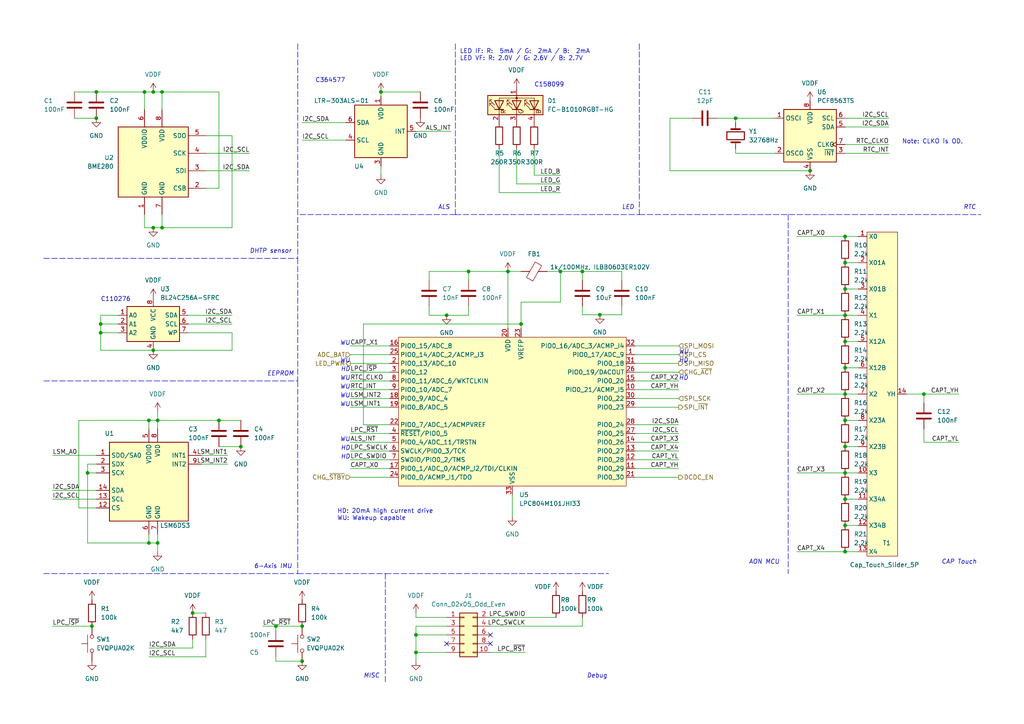
<source format=kicad_sch>
(kicad_sch (version 20211123) (generator eeschema)
  (paper "A4")
  (title_block (title "Home Sensor Tag") (rev "A0") (company "iM.Inc") (comment 1 "PRE-RELEASE"))
  (lib_symbols
    (symbol "Cap_Touch:Cap_Touch_Slider_5P"
      (property "Reference" "T" (at -29.21 -5.08 0))
      (property "Value" "Cap_Touch_Slider_5P" (at 22.86 6.35 0))
      (symbol "Cap_Touch_Slider_5P_0_0"
        (pin passive line (at -45.72 -6.35 90) (length 2.54) (name "X0") (number "1"))
        (pin passive line (at 22.86 -6.35 90) (length 2.54) (name "X3") (number "10"))
        (pin passive line (at 30.48 -6.35 90) (length 2.54) (name "X34A") (number "11"))
        (pin passive line (at 38.1 -6.35 90) (length 2.54) (name "X34B") (number "12"))
        (pin passive line (at 45.72 -6.35 90) (length 2.54) (name "X4") (number "13"))
        (pin passive line (at 0 7.62 270) (length 2.54) (name "YH") (number "14"))
        (pin passive line (at -38.1 -6.35 90) (length 2.54) (name "X01A") (number "2"))
        (pin passive line (at -30.48 -6.35 90) (length 2.54) (name "X01B") (number "3"))
        (pin passive line (at -22.86 -6.35 90) (length 2.54) (name "X1") (number "4"))
        (pin passive line (at -15.24 -6.35 90) (length 2.54) (name "X12A") (number "5"))
        (pin passive line (at -7.62 -6.35 90) (length 2.54) (name "X12B") (number "6"))
        (pin passive line (at 0 -6.35 90) (length 2.54) (name "X2") (number "7"))
        (pin passive line (at 7.62 -6.35 90) (length 2.54) (name "X23A") (number "8"))
        (pin passive line (at 15.24 -6.35 90) (length 2.54) (name "X23B") (number "9"))
      )
      (symbol "Cap_Touch_Slider_5P_0_1"
        (rectangle (start -46.99 5.08) (end 46.99 -3.81) (fill (type background)))
      )
    )
    (symbol "Connector_Generic:Conn_02x05_Odd_Even" (pin_names (offset 1.016) hide)
      (property "Reference" "J" (at 1.27 7.62 0))
      (property "Value" "Conn_02x05_Odd_Even" (at 1.27 -7.62 0))
      (symbol "Conn_02x05_Odd_Even_1_1"
        (rectangle (start -1.27 -4.953) (end 0 -5.207) (stroke (width 0.1524)))
        (rectangle (start -1.27 -2.413) (end 0 -2.667) (stroke (width 0.1524)))
        (rectangle (start -1.27 0.127) (end 0 -0.127) (stroke (width 0.1524)))
        (rectangle (start -1.27 2.667) (end 0 2.413) (stroke (width 0.1524)))
        (rectangle (start -1.27 5.207) (end 0 4.953) (stroke (width 0.1524)))
        (rectangle (start -1.27 6.35) (end 3.81 -6.35) (stroke (width 0.254)) (fill (type background)))
        (rectangle (start 3.81 -4.953) (end 2.54 -5.207) (stroke (width 0.1524)))
        (rectangle (start 3.81 -2.413) (end 2.54 -2.667) (stroke (width 0.1524)))
        (rectangle (start 3.81 0.127) (end 2.54 -0.127) (stroke (width 0.1524)))
        (rectangle (start 3.81 2.667) (end 2.54 2.413) (stroke (width 0.1524)))
        (rectangle (start 3.81 5.207) (end 2.54 4.953) (stroke (width 0.1524)))
        (pin passive line (at -5.08 5.08 0) (length 3.81) (name "Pin_1") (number "1"))
        (pin passive line (at 7.62 -5.08 180) (length 3.81) (name "Pin_10") (number "10"))
        (pin passive line (at 7.62 5.08 180) (length 3.81) (name "Pin_2") (number "2"))
        (pin passive line (at -5.08 2.54 0) (length 3.81) (name "Pin_3") (number "3"))
        (pin passive line (at 7.62 2.54 180) (length 3.81) (name "Pin_4") (number "4"))
        (pin passive line (at -5.08 0 0) (length 3.81) (name "Pin_5") (number "5"))
        (pin passive line (at 7.62 0 180) (length 3.81) (name "Pin_6") (number "6"))
        (pin passive line (at -5.08 -2.54 0) (length 3.81) (name "Pin_7") (number "7"))
        (pin passive line (at 7.62 -2.54 180) (length 3.81) (name "Pin_8") (number "8"))
        (pin passive line (at -5.08 -5.08 0) (length 3.81) (name "Pin_9") (number "9"))
      )
    )
    (symbol "Device:C" (pin_numbers hide) (pin_names (offset 0.254))
      (property "Reference" "C" (at 0.635 2.54 0))
      (property "Value" "C" (at 0.635 -2.54 0))
      (symbol "C_0_1"
        (polyline (pts (xy -2.032 -0.762) (xy 2.032 -0.762)) (stroke (width 0.508)))
        (polyline (pts (xy -2.032 0.762) (xy 2.032 0.762)) (stroke (width 0.508)))
      )
      (symbol "C_1_1"
        (pin passive line (at 0 3.81 270) (length 2.794) (name "~") (number "1"))
        (pin passive line (at 0 -3.81 90) (length 2.794) (name "~") (number "2"))
      )
    )
    (symbol "Device:Crystal" (pin_numbers hide) (pin_names (offset 1.016) hide)
      (property "Reference" "Y" (at 0 3.81 0))
      (property "Value" "Crystal" (at 0 -3.81 0))
      (symbol "Crystal_0_1"
        (rectangle (start -1.143 2.54) (end 1.143 -2.54) (stroke (width 0.3048)))
        (polyline (pts (xy -2.54 0) (xy -1.905 0)))
        (polyline (pts (xy -1.905 -1.27) (xy -1.905 1.27)) (stroke (width 0.508)))
        (polyline (pts (xy 1.905 -1.27) (xy 1.905 1.27)) (stroke (width 0.508)))
        (polyline (pts (xy 2.54 0) (xy 1.905 0)))
      )
      (symbol "Crystal_1_1"
        (pin passive line (at -3.81 0 0) (length 1.27) (name "1") (number "1"))
        (pin passive line (at 3.81 0 180) (length 1.27) (name "2") (number "2"))
      )
    )
    (symbol "Device:FerriteBead" (pin_numbers hide) (pin_names (offset 0))
      (property "Reference" "FB" (at -3.81 0.635 90))
      (property "Value" "FerriteBead" (at 3.81 0 90))
      (symbol "FerriteBead_0_1"
        (polyline (pts (xy 0 -1.27) (xy 0 -1.2192)))
        (polyline (pts (xy 0 1.27) (xy 0 1.2954)))
        (polyline (pts (xy -2.7686 0.4064) (xy -1.7018 2.2606) (xy 2.7686 -0.3048) (xy 1.6764 -2.159) (xy -2.7686 0.4064)))
      )
      (symbol "FerriteBead_1_1"
        (pin passive line (at 0 3.81 270) (length 2.54) (name "~") (number "1"))
        (pin passive line (at 0 -3.81 90) (length 2.54) (name "~") (number "2"))
      )
    )
    (symbol "Device:LED_ARGB" (pin_names (offset 0) hide)
      (property "Reference" "D" (at 0 9.398 0))
      (property "Value" "LED_ARGB" (at 0 -8.89 0))
      (symbol "LED_ARGB_0_0"
        (text "B" (at -1.905 -6.35 0) (effects (font (size 1.27 1.27))))
        (text "G" (at -1.905 -1.27 0) (effects (font (size 1.27 1.27))))
        (text "R" (at -1.905 3.81 0) (effects (font (size 1.27 1.27))))
      )
      (symbol "LED_ARGB_0_1"
        (polyline (pts (xy -1.27 -5.08) (xy -2.54 -5.08)))
        (polyline (pts (xy -1.27 -5.08) (xy 1.27 -5.08)))
        (polyline (pts (xy -1.27 -3.81) (xy -1.27 -6.35)) (stroke (width 0.254)))
        (polyline (pts (xy -1.27 0) (xy -2.54 0)))
        (polyline (pts (xy -1.27 1.27) (xy -1.27 -1.27)) (stroke (width 0.254)))
        (polyline (pts (xy -1.27 5.08) (xy -2.54 5.08)))
        (polyline (pts (xy -1.27 5.08) (xy 1.27 5.08)))
        (polyline (pts (xy -1.27 6.35) (xy -1.27 3.81)) (stroke (width 0.254)))
        (polyline (pts (xy 1.27 0) (xy -1.27 0)))
        (polyline (pts (xy 1.27 0) (xy 2.54 0)))
        (polyline (pts (xy -1.27 1.27) (xy -1.27 -1.27) (xy -1.27 -1.27)))
        (polyline (pts (xy -1.27 6.35) (xy -1.27 3.81) (xy -1.27 3.81)))
        (polyline (pts (xy 1.27 -5.08) (xy 2.032 -5.08) (xy 2.032 5.08) (xy 1.27 5.08)))
        (polyline (pts (xy 1.27 -3.81) (xy 1.27 -6.35) (xy -1.27 -5.08) (xy 1.27 -3.81)) (stroke (width 0.254)))
        (polyline (pts (xy 1.27 1.27) (xy 1.27 -1.27) (xy -1.27 0) (xy 1.27 1.27)) (stroke (width 0.254)))
        (polyline (pts (xy 1.27 6.35) (xy 1.27 3.81) (xy -1.27 5.08) (xy 1.27 6.35)) (stroke (width 0.254)))
        (polyline (pts (xy -1.016 -3.81) (xy 0.508 -2.286) (xy -0.254 -2.286) (xy 0.508 -2.286) (xy 0.508 -3.048)))
        (polyline (pts (xy -1.016 1.27) (xy 0.508 2.794) (xy -0.254 2.794) (xy 0.508 2.794) (xy 0.508 2.032)))
        (polyline (pts (xy -1.016 6.35) (xy 0.508 7.874) (xy -0.254 7.874) (xy 0.508 7.874) (xy 0.508 7.112)))
        (polyline (pts (xy 0 -3.81) (xy 1.524 -2.286) (xy 0.762 -2.286) (xy 1.524 -2.286) (xy 1.524 -3.048)))
        (polyline (pts (xy 0 1.27) (xy 1.524 2.794) (xy 0.762 2.794) (xy 1.524 2.794) (xy 1.524 2.032)))
        (polyline (pts (xy 0 6.35) (xy 1.524 7.874) (xy 0.762 7.874) (xy 1.524 7.874) (xy 1.524 7.112)))
        (rectangle (start 1.27 -1.27) (end 1.27 1.27))
        (rectangle (start 1.27 1.27) (end 1.27 1.27))
        (rectangle (start 1.27 3.81) (end 1.27 6.35))
        (rectangle (start 1.27 6.35) (end 1.27 6.35))
        (circle (center 2.032 0) (radius 0.254) (fill (type outline)))
        (rectangle (start 2.794 8.382) (end -2.794 -7.62) (stroke (width 0.254)) (fill (type background)))
      )
      (symbol "LED_ARGB_1_1"
        (pin passive line (at 5.08 0 180) (length 2.54) (name "A") (number "1"))
        (pin passive line (at -5.08 5.08 0) (length 2.54) (name "RK") (number "2"))
        (pin passive line (at -5.08 0 0) (length 2.54) (name "GK") (number "3"))
        (pin passive line (at -5.08 -5.08 0) (length 2.54) (name "BK") (number "4"))
      )
    )
    (symbol "Device:R" (pin_numbers hide) (pin_names (offset 0))
      (property "Reference" "R" (at 2.032 0 90))
      (property "Value" "R" (at 0 0 90))
      (symbol "R_0_1"
        (rectangle (start -1.016 -2.54) (end 1.016 2.54) (stroke (width 0.254)))
      )
      (symbol "R_1_1"
        (pin passive line (at 0 3.81 270) (length 1.27) (name "~") (number "1"))
        (pin passive line (at 0 -3.81 90) (length 1.27) (name "~") (number "2"))
      )
    )
    (symbol "MCU_NXP_LPC_Local:LPC804M101JHI33"
      (property "Reference" "U" (at -31.75 21.59 0))
      (property "Value" "LPC804M101JHI33" (at 24.13 21.59 0))
      (symbol "LPC804M101JHI33_0_0"
        (pin tri_state line (at 35.56 15.24 180) (length 2.54) (name "PIO0_17/ADC_9") (number "1"))
        (pin tri_state line (at 35.56 5.08 180) (length 2.54) (name "PIO0_21/ACMP_I5") (number "10"))
        (pin tri_state line (at 35.56 -17.78 180) (length 2.54) (name "PIO0_29") (number "11"))
        (pin tri_state line (at 35.56 -15.24 180) (length 2.54) (name "PIO0_28") (number "12"))
        (pin tri_state line (at 35.56 -12.7 180) (length 2.54) (name "PIO0_27") (number "13"))
        (pin tri_state line (at 35.56 -10.16 180) (length 2.54) (name "PIO0_26") (number "14"))
        (pin tri_state line (at 35.56 7.62 180) (length 2.54) (name "PIO0_20") (number "15"))
        (pin tri_state line (at -35.56 17.78 0) (length 2.54) (name "PIO0_15/ADC_8") (number "16"))
        (pin tri_state line (at -35.56 -17.78 0) (length 2.54) (name "PIO0_1/ADC_0/ACMP_I2/TDI/CLKIN") (number "17"))
        (pin tri_state line (at -35.56 2.54 0) (length 2.54) (name "PIO0_9/ADC_4") (number "18"))
        (pin tri_state line (at -35.56 0 0) (length 2.54) (name "PIO0_8/ADC_5") (number "19"))
        (pin tri_state line (at -35.56 12.7 0) (length 2.54) (name "PIO0_13/ADC_10") (number "2"))
        (pin power_in line (at -1.27 22.86 270) (length 2.54) (name "VDD") (number "20"))
        (pin tri_state line (at 35.56 -20.32 180) (length 2.54) (name "PIO0_30") (number "21"))
        (pin tri_state line (at -35.56 -5.08 0) (length 2.54) (name "PIO0_7/ADC_1/ACMPVREF") (number "22"))
        (pin power_in line (at 2.54 22.86 270) (length 2.54) (name "VREFP") (number "23"))
        (pin tri_state line (at -35.56 -20.32 0) (length 2.54) (name "PIO0_0/ACMP_I1/TDO") (number "24"))
        (pin tri_state line (at -35.56 15.24 0) (length 2.54) (name "PIO0_14/ADC_2/ACMP_I3") (number "25"))
        (pin tri_state line (at 35.56 10.16 180) (length 2.54) (name "PIO0_19/DACOUT") (number "26"))
        (pin tri_state line (at 35.56 -7.62 180) (length 2.54) (name "PIO0_25") (number "27"))
        (pin tri_state line (at 35.56 -5.08 180) (length 2.54) (name "PIO0_24") (number "28"))
        (pin tri_state line (at 35.56 0 180) (length 2.54) (name "PIO0_23") (number "29"))
        (pin tri_state line (at -35.56 10.16 0) (length 2.54) (name "PIO0_12") (number "3"))
        (pin tri_state line (at 35.56 2.54 180) (length 2.54) (name "PIO0_22") (number "30"))
        (pin tri_state line (at 35.56 12.7 180) (length 2.54) (name "PIO0_18") (number "31"))
        (pin tri_state line (at 35.56 17.78 180) (length 2.54) (name "PIO0_16/ADC_3/ACMP_I4") (number "32"))
        (pin power_in line (at 0 -25.4 90) (length 2.54) (name "VSS") (number "33"))
        (pin tri_state line (at -35.56 -7.62 0) (length 2.54) (name "~{RESET}/PIO0_5") (number "4"))
        (pin tri_state line (at -35.56 -10.16 0) (length 2.54) (name "PIO0_4/ADC_11/TRSTN") (number "5"))
        (pin tri_state line (at -35.56 -12.7 0) (length 2.54) (name "SWCLK/PIO0_3/TCK") (number "6"))
        (pin tri_state line (at -35.56 -15.24 0) (length 2.54) (name "SWDIO/PIO0_2/TMS") (number "7"))
        (pin tri_state line (at -35.56 7.62 0) (length 2.54) (name "PIO0_11/ADC_6/WKTCLKIN") (number "8"))
        (pin tri_state line (at -35.56 5.08 0) (length 2.54) (name "PIO0_10/ADC_7") (number "9"))
      )
      (symbol "LPC804M101JHI33_0_1"
        (rectangle (start -33.02 20.32) (end 33.02 -22.86) (fill (type background)))
      )
    )
    (symbol "Memory_EEPROM:CAT24C256"
      (property "Reference" "U" (at -6.35 6.35 0))
      (property "Value" "CAT24C256" (at 1.27 6.35 0))
      (symbol "CAT24C256_1_1"
        (rectangle (start -7.62 5.08) (end 7.62 -5.08) (stroke (width 0.254)) (fill (type background)))
        (pin input line (at -10.16 2.54 0) (length 2.54) (name "A0") (number "1"))
        (pin input line (at -10.16 0 0) (length 2.54) (name "A1") (number "2"))
        (pin input line (at -10.16 -2.54 0) (length 2.54) (name "A2") (number "3"))
        (pin power_in line (at 0 -7.62 90) (length 2.54) (name "GND") (number "4"))
        (pin bidirectional line (at 10.16 2.54 180) (length 2.54) (name "SDA") (number "5"))
        (pin input line (at 10.16 0 180) (length 2.54) (name "SCL") (number "6"))
        (pin input line (at 10.16 -2.54 180) (length 2.54) (name "WP") (number "7"))
        (pin power_in line (at 0 7.62 270) (length 2.54) (name "VCC") (number "8"))
      )
    )
    (symbol "Sensor:BME280"
      (property "Reference" "U" (at -8.89 11.43 0))
      (property "Value" "BME280" (at 7.62 11.43 0))
      (symbol "BME280_0_1"
        (rectangle (start -10.16 10.16) (end 10.16 -10.16) (stroke (width 0.254)) (fill (type background)))
      )
      (symbol "BME280_1_1"
        (pin power_in line (at -2.54 -15.24 90) (length 5.08) (name "GND") (number "1"))
        (pin input line (at 15.24 -7.62 180) (length 5.08) (name "CSB") (number "2"))
        (pin bidirectional line (at 15.24 -2.54 180) (length 5.08) (name "SDI") (number "3"))
        (pin input line (at 15.24 2.54 180) (length 5.08) (name "SCK") (number "4"))
        (pin bidirectional line (at 15.24 7.62 180) (length 5.08) (name "SDO") (number "5"))
        (pin power_in line (at -2.54 15.24 270) (length 5.08) (name "VDDIO") (number "6"))
        (pin power_in line (at 2.54 -15.24 90) (length 5.08) (name "GND") (number "7"))
        (pin power_in line (at 2.54 15.24 270) (length 5.08) (name "VDD") (number "8"))
      )
    )
    (symbol "Sensor_Motion:LSM6DS3"
      (property "Reference" "U" (at -11.43 15.24 0))
      (property "Value" "LSM6DS3" (at -11.43 12.7 0))
      (symbol "LSM6DS3_0_1"
        (rectangle (start 11.43 11.43) (end -11.43 -11.43) (stroke (width 0.254)) (fill (type background)))
      )
      (symbol "LSM6DS3_1_1"
        (pin bidirectional line (at -15.24 7.62 0) (length 3.81) (name "SDO/SA0") (number "1"))
        (pin no_connect line (at 10.16 -5.08 180) (length 3.81) hide (name "NC") (number "10"))
        (pin no_connect line (at 10.16 -2.54 180) (length 3.81) hide (name "NC") (number "11"))
        (pin input line (at -15.24 -7.62 0) (length 3.81) (name "CS") (number "12"))
        (pin input line (at -15.24 -5.08 0) (length 3.81) (name "SCL") (number "13"))
        (pin bidirectional line (at -15.24 -2.54 0) (length 3.81) (name "SDA") (number "14"))
        (pin bidirectional line (at -15.24 5.08 0) (length 3.81) (name "SDX") (number "2"))
        (pin input line (at -15.24 2.54 0) (length 3.81) (name "SCX") (number "3"))
        (pin output line (at 15.24 7.62 180) (length 3.81) (name "INT1") (number "4"))
        (pin power_in line (at 0 15.24 270) (length 3.81) (name "VDDIO") (number "5"))
        (pin power_in line (at 0 -15.24 90) (length 3.81) (name "GND") (number "6"))
        (pin power_in line (at 2.54 -15.24 90) (length 3.81) (name "GND") (number "7"))
        (pin power_in line (at 2.54 15.24 270) (length 3.81) (name "VDD") (number "8"))
        (pin output line (at 15.24 5.08 180) (length 3.81) (name "INT2") (number "9"))
      )
    )
    (symbol "Sensor_Optical:LTR-303ALS-01"
      (property "Reference" "U" (at -7.62 8.89 0))
      (property "Value" "LTR-303ALS-01" (at 1.27 8.89 0))
      (symbol "LTR-303ALS-01_0_1"
        (rectangle (start -7.62 7.62) (end 7.62 -7.62) (stroke (width 0.254)) (fill (type background)))
      )
      (symbol "LTR-303ALS-01_1_1"
        (pin power_in line (at 0 10.16 270) (length 2.54) (name "VDD") (number "1"))
        (pin no_connect line (at 2.54 0 180) (length 2.54) hide (name "NC") (number "2"))
        (pin power_in line (at 0 -10.16 90) (length 2.54) (name "GND") (number "3"))
        (pin input line (at -10.16 -2.54 0) (length 2.54) (name "SCL") (number "4"))
        (pin open_collector line (at 10.16 0 180) (length 2.54) (name "INT") (number "5"))
        (pin bidirectional line (at -10.16 2.54 0) (length 2.54) (name "SDA") (number "6"))
      )
    )
    (symbol "Switch:SW_Push" (pin_numbers hide) (pin_names (offset 1.016) hide)
      (property "Reference" "SW" (at 1.27 2.54 0))
      (property "Value" "SW_Push" (at 0 -1.524 0))
      (symbol "SW_Push_0_1"
        (circle (center -2.032 0) (radius 0.508))
        (polyline (pts (xy 0 1.27) (xy 0 3.048)))
        (polyline (pts (xy 2.54 1.27) (xy -2.54 1.27)))
        (circle (center 2.032 0) (radius 0.508))
        (pin passive line (at -5.08 0 0) (length 2.54) (name "1") (number "1"))
        (pin passive line (at 5.08 0 180) (length 2.54) (name "2") (number "2"))
      )
    )
    (symbol "Timer_RTC:PCF8563TS"
      (property "Reference" "U" (at -7.62 8.89 0))
      (property "Value" "PCF8563TS" (at 2.54 8.89 0))
      (symbol "PCF8563TS_0_1"
        (rectangle (start -7.62 7.62) (end 7.62 -7.62) (stroke (width 0.254)) (fill (type background)))
      )
      (symbol "PCF8563TS_1_1"
        (pin input line (at -10.16 5.08 0) (length 2.54) (name "OSCI") (number "1"))
        (pin output line (at -10.16 -5.08 0) (length 2.54) (name "OSCO") (number "2"))
        (pin output line (at 10.16 -5.08 180) (length 2.54) (name "~{INT}") (number "3"))
        (pin power_in line (at 0 -10.16 90) (length 2.54) (name "VSS") (number "4"))
        (pin bidirectional line (at 10.16 2.54 180) (length 2.54) (name "SDA") (number "5"))
        (pin input line (at 10.16 5.08 180) (length 2.54) (name "SCL") (number "6"))
        (pin output clock (at 10.16 -2.54 180) (length 2.54) (name "CLKO") (number "7"))
        (pin power_in line (at 0 10.16 270) (length 2.54) (name "VDD") (number "8"))
      )
    )
    (symbol "power:GND" (power) (pin_names (offset 0))
      (property "Value" "GND" (at 0 -3.81 0))
      (symbol "GND_0_1"
        (polyline (pts (xy 0 0) (xy 0 -1.27) (xy 1.27 -1.27) (xy 0 -2.54) (xy -1.27 -1.27) (xy 0 -1.27)))
      )
      (symbol "GND_1_1"
        (pin power_in line (at 0 0 270) (length 0) hide (name "GND") (number "1"))
      )
    )
    (symbol "power:VDDF" (power) (pin_names (offset 0))
      (property "Value" "VDDF" (at 0 3.81 0))
      (symbol "VDDF_0_1"
        (polyline (pts (xy -0.762 1.27) (xy 0 2.54)))
        (polyline (pts (xy 0 0) (xy 0 2.54)))
        (polyline (pts (xy 0 2.54) (xy 0.762 1.27)))
      )
      (symbol "VDDF_1_1"
        (pin power_in line (at 0 0 90) (length 0) hide (name "VDDF") (number "1"))
      )
    )
  )
  (junction (at 267.97 114.3))
  (junction (at 245.11 68.58))
  (junction (at 80.01 181.61))
  (junction (at 120.65 184.15))
  (junction (at 245.11 152.4))
  (junction (at 27.94 34.29))
  (junction (at 245.11 144.78))
  (junction (at 87.63 181.61))
  (junction (at 135.89 78.74))
  (junction (at 46.99 66.04))
  (junction (at 69.85 129.54))
  (junction (at 213.36 34.29))
  (junction (at 26.67 181.61))
  (junction (at 245.11 129.54))
  (junction (at 245.11 83.82))
  (junction (at 234.95 49.53))
  (junction (at 162.56 78.74))
  (junction (at 44.45 101.6))
  (junction (at 44.45 66.04))
  (junction (at 46.99 26.67))
  (junction (at 245.11 91.44))
  (junction (at 245.11 76.2))
  (junction (at 173.99 91.2961))
  (junction (at 245.11 99.06))
  (junction (at 55.88 177.8))
  (junction (at 25.4 137.16))
  (junction (at 245.11 114.3))
  (junction (at 29.21 96.52))
  (junction (at 44.45 26.67))
  (junction (at 43.18 157.48))
  (junction (at 87.63 191.77))
  (junction (at 45.72 157.48))
  (junction (at 245.11 106.68))
  (junction (at 151.13 93.98))
  (junction (at 147.32 78.74))
  (junction (at 245.11 160.02))
  (junction (at 41.91 26.67))
  (junction (at 43.18 121.92))
  (junction (at 45.72 121.92))
  (junction (at 27.94 26.67))
  (junction (at 63.5 121.92))
  (junction (at 129.54 91.44))
  (junction (at 245.11 121.92))
  (junction (at 245.11 137.16))
  (junction (at 29.21 93.98))
  (junction (at 168.91 78.74))
  (junction (at 120.65 189.23))
  (junction (at 110.49 26.67))
  (no_connect (at 129.54 186.69))
  (no_connect (at 142.24 186.69))
  (no_connect (at 142.24 184.15))
  (wire (pts (xy 59.69 54.61) (xy 63.5 54.61)))
  (wire (pts (xy 22.86 121.92) (xy 43.18 121.92)))
  (wire (pts (xy 55.88 177.8) (xy 59.69 177.8)))
  (wire (pts (xy 180.34 88.9) (xy 180.34 91.2961)))
  (wire (pts (xy 267.97 114.3) (xy 267.97 116.84)))
  (wire (pts (xy 67.31 66.04) (xy 46.99 66.04)))
  (wire (pts (xy 46.99 31.75) (xy 46.99 26.67)))
  (wire (pts (xy 54.61 91.44) (xy 67.31 91.44)))
  (wire (pts (xy 63.5 54.61) (xy 63.5 26.67)))
  (wire (pts (xy 55.88 187.96) (xy 43.18 187.96)))
  (wire (pts (xy 15.24 132.08) (xy 27.94 132.08)))
  (wire (pts (xy 101.6 128.27) (xy 113.03 128.27)))
  (wire (pts (xy 58.42 132.08) (xy 66.04 132.08)))
  (wire (pts (xy 129.54 91.44) (xy 124.46 91.44)))
  (wire (pts (xy 45.72 121.92) (xy 63.5 121.92)))
  (wire (pts (xy 120.65 38.1) (xy 130.81 38.1)))
  (wire (pts (xy 63.5 129.54) (xy 69.85 129.54)))
  (wire (pts (xy 151.13 93.98) (xy 151.13 95.25)))
  (wire (pts (xy 59.69 44.45) (xy 72.39 44.45)))
  (wire (pts (xy 54.61 96.52) (xy 67.31 96.52)))
  (wire (pts (xy 245.11 76.2) (xy 248.92 76.2)))
  (wire (pts (xy 267.97 124.46) (xy 267.97 128.27)))
  (wire (pts (xy 213.36 34.29) (xy 224.79 34.29)))
  (wire (pts (xy 184.15 102.87) (xy 196.85 102.87)))
  (wire (pts (xy 151.13 78.74) (xy 147.32 78.74)))
  (wire (pts (xy 120.65 177.8) (xy 120.65 179.07)))
  (wire (pts (xy 21.59 26.67) (xy 27.94 26.67)))
  (wire (pts (xy 101.6 113.03) (xy 113.03 113.03)))
  (wire (pts (xy 245.11 129.54) (xy 248.92 129.54)))
  (wire (pts (xy 278.13 114.3) (xy 267.97 114.3)))
  (wire (pts (xy 184.15 118.11) (xy 196.85 118.11)))
  (polyline (pts (xy 12.7 166.37) (xy 86.36 166.37)))
  (wire (pts (xy 101.6 125.73) (xy 113.03 125.73)))
  (wire (pts (xy 168.91 78.74) (xy 168.91 81.28)))
  (wire (pts (xy 245.11 41.91) (xy 257.81 41.91)))
  (wire (pts (xy 101.6 133.35) (xy 113.03 133.35)))
  (wire (pts (xy 180.34 91.2961) (xy 173.99 91.2961)))
  (wire (pts (xy 245.11 121.92) (xy 248.92 121.92)))
  (wire (pts (xy 59.69 49.53) (xy 72.39 49.53)))
  (wire (pts (xy 45.72 157.48) (xy 45.72 160.02)))
  (wire (pts (xy 110.49 26.67) (xy 121.92 26.67)))
  (wire (pts (xy 135.89 91.44) (xy 129.54 91.44)))
  (wire (pts (xy 120.65 181.61) (xy 120.65 184.15)))
  (wire (pts (xy 124.46 91.44) (xy 124.46 88.9)))
  (wire (pts (xy 180.34 78.74) (xy 180.34 81.28)))
  (wire (pts (xy 120.65 184.15) (xy 120.65 189.23)))
  (wire (pts (xy 46.99 62.23) (xy 46.99 66.04)))
  (wire (pts (xy 245.11 34.29) (xy 257.81 34.29)))
  (wire (pts (xy 101.6 110.49) (xy 113.03 110.49)))
  (wire (pts (xy 29.21 93.98) (xy 34.29 93.98)))
  (wire (pts (xy 184.15 130.81) (xy 196.85 130.81)))
  (wire (pts (xy 245.11 83.82) (xy 248.92 83.82)))
  (wire (pts (xy 135.89 78.74) (xy 147.32 78.74)))
  (wire (pts (xy 194.31 49.53) (xy 234.95 49.53)))
  (wire (pts (xy 21.59 34.29) (xy 27.94 34.29)))
  (wire (pts (xy 29.21 96.52) (xy 34.29 96.52)))
  (polyline (pts (xy 185.42 62.23) (xy 284.48 62.23)))
  (wire (pts (xy 100.33 35.56) (xy 87.63 35.56)))
  (wire (pts (xy 101.6 102.87) (xy 113.03 102.87)))
  (wire (pts (xy 67.31 96.52) (xy 67.31 101.6)))
  (wire (pts (xy 101.6 105.41) (xy 113.03 105.41)))
  (wire (pts (xy 154.94 43.18) (xy 154.94 50.8)))
  (wire (pts (xy 154.94 50.8) (xy 162.56 50.8)))
  (wire (pts (xy 22.86 147.32) (xy 22.86 121.92)))
  (wire (pts (xy 113.03 123.19) (xy 105.41 123.19)))
  (wire (pts (xy 142.24 181.61) (xy 168.91 181.61)))
  (polyline (pts (xy 132.08 62.23) (xy 86.36 62.23)))
  (wire (pts (xy 245.11 160.02) (xy 248.92 160.02)))
  (wire (pts (xy 43.18 121.92) (xy 45.72 121.92)))
  (wire (pts (xy 151.13 87.63) (xy 151.13 93.98)))
  (wire (pts (xy 67.31 39.37) (xy 67.31 66.04)))
  (polyline (pts (xy 86.36 166.37) (xy 111.76 166.37)))
  (wire (pts (xy 43.18 190.5) (xy 59.69 190.5)))
  (wire (pts (xy 120.65 189.23) (xy 129.54 189.23)))
  (wire (pts (xy 162.56 87.63) (xy 162.56 78.74)))
  (wire (pts (xy 27.94 142.24) (xy 15.24 142.24)))
  (polyline (pts (xy 111.76 166.37) (xy 111.76 198.12)))
  (polyline (pts (xy 228.6 62.23) (xy 228.6 166.37)))
  (wire (pts (xy 120.65 184.15) (xy 129.54 184.15)))
  (wire (pts (xy 245.11 114.3) (xy 248.92 114.3)))
  (wire (pts (xy 27.94 26.67) (xy 41.91 26.67)))
  (wire (pts (xy 101.6 135.89) (xy 113.03 135.89)))
  (wire (pts (xy 67.31 101.6) (xy 44.45 101.6)))
  (wire (pts (xy 148.59 143.51) (xy 148.59 149.86)))
  (wire (pts (xy 101.6 100.33) (xy 113.03 100.33)))
  (wire (pts (xy 29.21 93.98) (xy 29.21 96.52)))
  (wire (pts (xy 29.21 101.6) (xy 44.45 101.6)))
  (wire (pts (xy 101.6 107.95) (xy 113.03 107.95)))
  (wire (pts (xy 245.11 68.58) (xy 248.92 68.58)))
  (wire (pts (xy 245.11 36.83) (xy 257.81 36.83)))
  (polyline (pts (xy 132.08 12.7) (xy 132.08 62.23)))
  (wire (pts (xy 158.75 78.74) (xy 162.56 78.74)))
  (wire (pts (xy 45.72 119.38) (xy 45.72 121.92)))
  (wire (pts (xy 25.4 134.62) (xy 25.4 137.16)))
  (wire (pts (xy 59.69 185.42) (xy 59.69 190.5)))
  (wire (pts (xy 231.14 160.02) (xy 245.11 160.02)))
  (wire (pts (xy 101.6 115.57) (xy 113.03 115.57)))
  (wire (pts (xy 27.94 144.78) (xy 15.24 144.78)))
  (wire (pts (xy 149.86 53.34) (xy 162.56 53.34)))
  (wire (pts (xy 29.21 91.44) (xy 29.21 93.98)))
  (polyline (pts (xy 12.7 110.49) (xy 86.36 110.49)))
  (wire (pts (xy 63.5 121.92) (xy 69.85 121.92)))
  (wire (pts (xy 43.18 157.48) (xy 45.72 157.48)))
  (wire (pts (xy 213.36 44.45) (xy 224.79 44.45)))
  (wire (pts (xy 58.42 134.62) (xy 66.04 134.62)))
  (wire (pts (xy 151.13 87.63) (xy 162.56 87.63)))
  (wire (pts (xy 54.61 93.98) (xy 67.31 93.98)))
  (wire (pts (xy 129.54 181.61) (xy 120.65 181.61)))
  (wire (pts (xy 147.32 78.74) (xy 147.32 95.25)))
  (wire (pts (xy 231.14 68.58) (xy 245.11 68.58)))
  (wire (pts (xy 101.6 138.43) (xy 113.03 138.43)))
  (polyline (pts (xy 86.36 110.49) (xy 86.36 166.37)))
  (polyline (pts (xy 86.36 12.7) (xy 86.36 74.93)))
  (wire (pts (xy 231.14 114.3) (xy 245.11 114.3)))
  (wire (pts (xy 105.41 93.98) (xy 151.13 93.98)))
  (wire (pts (xy 25.4 157.48) (xy 43.18 157.48)))
  (polyline (pts (xy 185.42 12.7) (xy 185.42 62.23)))
  (wire (pts (xy 142.24 179.07) (xy 161.29 179.07)))
  (wire (pts (xy 25.4 137.16) (xy 27.94 137.16)))
  (wire (pts (xy 213.36 43.18) (xy 213.36 44.45)))
  (wire (pts (xy 245.11 99.06) (xy 248.92 99.06)))
  (wire (pts (xy 231.14 91.44) (xy 245.11 91.44)))
  (wire (pts (xy 184.15 113.03) (xy 196.85 113.03)))
  (wire (pts (xy 144.78 43.18) (xy 144.78 55.88)))
  (wire (pts (xy 63.5 26.67) (xy 46.99 26.67)))
  (wire (pts (xy 184.15 105.41) (xy 196.85 105.41)))
  (wire (pts (xy 110.49 26.67) (xy 110.49 27.94)))
  (polyline (pts (xy 86.36 74.93) (xy 86.36 110.49)))
  (wire (pts (xy 196.85 115.57) (xy 184.15 115.57)))
  (wire (pts (xy 59.69 39.37) (xy 67.31 39.37)))
  (wire (pts (xy 55.88 185.42) (xy 55.88 187.96)))
  (wire (pts (xy 29.21 96.52) (xy 29.21 101.6)))
  (wire (pts (xy 245.11 137.16) (xy 248.92 137.16)))
  (polyline (pts (xy 12.7 74.93) (xy 86.36 74.93)))
  (wire (pts (xy 45.72 121.92) (xy 45.72 124.46)))
  (wire (pts (xy 162.56 78.74) (xy 168.91 78.74)))
  (wire (pts (xy 144.78 55.88) (xy 162.56 55.88)))
  (wire (pts (xy 27.94 147.32) (xy 22.86 147.32)))
  (wire (pts (xy 142.24 189.23) (xy 152.4 189.23)))
  (wire (pts (xy 45.72 154.94) (xy 45.72 157.48)))
  (wire (pts (xy 245.11 152.4) (xy 248.92 152.4)))
  (wire (pts (xy 110.49 48.26) (xy 110.49 50.8)))
  (wire (pts (xy 124.46 81.28) (xy 124.46 78.74)))
  (wire (pts (xy 245.11 144.78) (xy 248.92 144.78)))
  (wire (pts (xy 101.6 130.81) (xy 113.03 130.81)))
  (wire (pts (xy 41.91 31.75) (xy 41.91 26.67)))
  (wire (pts (xy 173.99 91.2961) (xy 168.91 91.2961)))
  (wire (pts (xy 184.15 123.19) (xy 196.85 123.19)))
  (wire (pts (xy 80.01 191.77) (xy 87.63 191.77)))
  (polyline (pts (xy 132.08 62.23) (xy 185.42 62.23)))
  (wire (pts (xy 278.13 128.27) (xy 267.97 128.27)))
  (wire (pts (xy 27.94 134.62) (xy 25.4 134.62)))
  (wire (pts (xy 43.18 154.94) (xy 43.18 157.48)))
  (wire (pts (xy 168.91 179.07) (xy 168.91 181.61)))
  (wire (pts (xy 135.89 78.74) (xy 135.89 81.28)))
  (wire (pts (xy 76.2 181.61) (xy 80.01 181.61)))
  (wire (pts (xy 184.15 128.27) (xy 196.85 128.27)))
  (wire (pts (xy 135.89 88.9) (xy 135.89 91.44)))
  (wire (pts (xy 41.91 26.67) (xy 44.45 26.67)))
  (wire (pts (xy 231.14 137.16) (xy 245.11 137.16)))
  (wire (pts (xy 184.15 107.95) (xy 196.85 107.95)))
  (wire (pts (xy 208.28 34.29) (xy 213.36 34.29)))
  (wire (pts (xy 200.66 34.29) (xy 194.31 34.29)))
  (wire (pts (xy 124.46 78.74) (xy 135.89 78.74)))
  (wire (pts (xy 184.15 133.35) (xy 196.85 133.35)))
  (wire (pts (xy 245.11 106.68) (xy 248.92 106.68)))
  (wire (pts (xy 46.99 26.67) (xy 44.45 26.67)))
  (wire (pts (xy 184.15 100.33) (xy 196.85 100.33)))
  (wire (pts (xy 15.24 181.61) (xy 26.67 181.61)))
  (wire (pts (xy 184.15 138.43) (xy 196.85 138.43)))
  (wire (pts (xy 46.99 66.04) (xy 44.45 66.04)))
  (wire (pts (xy 245.11 44.45) (xy 257.81 44.45)))
  (wire (pts (xy 80.01 181.61) (xy 87.63 181.61)))
  (wire (pts (xy 120.65 179.07) (xy 129.54 179.07)))
  (polyline (pts (xy 111.76 166.37) (xy 176.53 166.37)))
  (wire (pts (xy 100.33 40.64) (xy 87.63 40.64)))
  (wire (pts (xy 262.89 114.3) (xy 267.97 114.3)))
  (wire (pts (xy 168.91 91.2961) (xy 168.91 88.9)))
  (wire (pts (xy 149.86 43.18) (xy 149.86 53.34)))
  (wire (pts (xy 41.91 66.04) (xy 44.45 66.04)))
  (wire (pts (xy 194.31 34.29) (xy 194.31 49.53)))
  (wire (pts (xy 80.01 181.61) (xy 80.01 182.88)))
  (wire (pts (xy 184.15 135.89) (xy 196.85 135.89)))
  (wire (pts (xy 25.4 137.16) (xy 25.4 157.48)))
  (wire (pts (xy 101.6 118.11) (xy 113.03 118.11)))
  (wire (pts (xy 184.15 125.73) (xy 196.85 125.73)))
  (wire (pts (xy 213.36 35.56) (xy 213.36 34.29)))
  (wire (pts (xy 41.91 62.23) (xy 41.91 66.04)))
  (wire (pts (xy 184.15 110.49) (xy 196.85 110.49)))
  (wire (pts (xy 245.11 91.44) (xy 248.92 91.44)))
  (wire (pts (xy 34.29 91.44) (xy 29.21 91.44)))
  (wire (pts (xy 105.41 93.98) (xy 105.41 123.19)))
  (wire (pts (xy 43.18 124.46) (xy 43.18 121.92)))
  (wire (pts (xy 80.01 190.5) (xy 80.01 191.77)))
  (wire (pts (xy 168.91 78.74) (xy 180.34 78.74)))
  (wire (pts (xy 120.65 189.23) (xy 120.65 191.77)))
  (text "WU" (at 101.6 115.57 180) (effects (font (size 1.27 1.27) italic) (justify right bottom)))
  (text "WU" (at 196.85 102.87 0) (effects (font (size 1.27 1.27) italic) (justify left bottom)))
  (text "6-Axis IMU" (at 73.66 165.1 0) (effects (font (size 1.27 1.27) italic) (justify left bottom)))
  (text "HD" (at 196.85 105.41 0) (effects (font (size 1.27 1.27) italic) (justify left bottom)))
  (text "AON MCU" (at 217.17 163.83 0) (effects (font (size 1.27 1.27) italic) (justify left bottom)))
  (text "RTC" (at 279.4 60.96 0) (effects (font (size 1.27 1.27) italic) (justify left bottom)))
  (text "CAP Touch" (at 273.05 163.83 0) (effects (font (size 1.27 1.27) italic) (justify left bottom)))
  (text "HD" (at 101.6 133.35 180) (effects (font (size 1.27 1.27) italic) (justify right bottom)))
  (text "LED" (at 180.34 60.96 0) (effects (font (size 1.27 1.27) italic) (justify left bottom)))
  (text "WU" (at 101.6 113.03 180) (effects (font (size 1.27 1.27) italic) (justify right bottom)))
  (text "HD" (at 196.85 110.49 0) (effects (font (size 1.27 1.27) italic) (justify left bottom)))
  (text "DHTP sensor" (at 72.39 73.66 0) (effects (font (size 1.27 1.27) italic) (justify left bottom)))
  (text "C158099" (at 154.94 25.4 0) (effects (font (size 1.27 1.27)) (justify left bottom)))
  (text "WU" (at 101.6 105.41 180) (effects (font (size 1.27 1.27) italic) (justify right bottom)))
  (text "C110276" (at 29.21 87.63 0) (effects (font (size 1.27 1.27)) (justify left bottom)))
  (text "WU" (at 101.6 100.33 180) (effects (font (size 1.27 1.27) italic) (justify right bottom)))
  (text "LED IF: R:  5mA / G:  2mA / B:  2mA\nLED VF: R: 2.0V / G: 2.6V / B: 2.7V" (at 133.35 17.78 0) (effects (font (size 1.27 1.27)) (justify left bottom)))
  (text "WU" (at 101.6 110.49 180) (effects (font (size 1.27 1.27) italic) (justify right bottom)))
  (text "WU" (at 101.6 128.27 180) (effects (font (size 1.27 1.27) italic) (justify right bottom)))
  (text "EEPROM" (at 77.47 109.22 0) (effects (font (size 1.27 1.27) italic) (justify left bottom)))
  (text "WU" (at 101.6 118.11 180) (effects (font (size 1.27 1.27) italic) (justify right bottom)))
  (text "Note: CLKO is OD." (at 261.62 41.91 0) (effects (font (size 1.27 1.27)) (justify left bottom)))
  (text "HD" (at 101.6 107.95 180) (effects (font (size 1.27 1.27) italic) (justify right bottom)))
  (text "ALS" (at 127 60.96 0) (effects (font (size 1.27 1.27) italic) (justify left bottom)))
  (text "C364577" (at 91.44 24.13 0) (effects (font (size 1.27 1.27)) (justify left bottom)))
  (text "MISC" (at 105.41 196.85 0) (effects (font (size 1.27 1.27) italic) (justify left bottom)))
  (text "Debug" (at 170.18 196.85 0) (effects (font (size 1.27 1.27) italic) (justify left bottom)))
  (text "HD: 20mA high current drive\nWU: Wakeup capable" (at 97.79 151.13 0) (effects (font (size 1.27 1.27)) (justify left bottom)))
  (text "HD" (at 101.6 130.81 180) (effects (font (size 1.27 1.27) italic) (justify right bottom)))
  (label "CAPT_X3" (at 196.85 128.27 180))
  (label "I2C_SCL" (at 43.18 190.5 0))
  (label "CAPT_YH" (at 196.85 135.89 180))
  (label "CAPT_X1" (at 101.6 100.33 0))
  (label "CAPT_YL" (at 196.85 133.35 180))
  (label "ALS_INT" (at 101.6 128.27 0))
  (label "I2C_SCL" (at 67.31 93.98 180))
  (label "LPC_SWDIO" (at 152.4 179.07 180))
  (label "LPC_~{RST}" (at 76.2 181.61 0))
  (label "CAPT_X2" (at 196.85 110.49 180))
  (label "LED_B" (at 162.56 50.8 180))
  (label "CAPT_YH" (at 196.85 113.03 180))
  (label "LPC_SWCLK" (at 101.6 130.81 0))
  (label "I2C_SCL" (at 87.63 40.64 0))
  (label "I2C_SCL" (at 257.81 34.29 180))
  (label "I2C_SDA" (at 87.63 35.56 0))
  (label "I2C_SCL" (at 72.39 44.45 180))
  (label "I2C_SDA" (at 257.81 36.83 180))
  (label "LPC_~{ISP}" (at 101.6 107.95 0))
  (label "I2C_SCL" (at 196.85 125.73 180))
  (label "LPC_~{ISP}" (at 15.24 181.61 0))
  (label "I2C_SDA" (at 67.31 91.44 180))
  (label "I2C_SDA" (at 72.39 49.53 180))
  (label "CAPT_X3" (at 231.14 137.16 0))
  (label "CAPT_X1" (at 231.14 91.44 0))
  (label "CAPT_X4" (at 231.14 160.02 0))
  (label "LSM_INT1" (at 101.6 118.11 0))
  (label "I2C_SDA" (at 15.24 142.24 0))
  (label "I2C_SDA" (at 43.18 187.96 0))
  (label "LPC_SWCLK" (at 152.4 181.61 180))
  (label "LSM_INT1" (at 66.04 132.08 180))
  (label "LSM_INT2" (at 101.6 115.57 0))
  (label "LED_R" (at 162.56 55.88 180))
  (label "CAPT_X0" (at 101.6 135.89 0))
  (label "LPC_~{RST}" (at 152.4 189.23 180))
  (label "LED_G" (at 162.56 53.34 180))
  (label "RTC_CLKO" (at 257.81 41.91 180))
  (label "LSM_INT2" (at 66.04 134.62 180))
  (label "CAPT_YH" (at 278.13 114.3 180))
  (label "CAPT_X0" (at 231.14 68.58 0))
  (label "I2C_SDA" (at 196.85 123.19 180))
  (label "LPC_~{RST}" (at 101.6 125.73 0))
  (label "RTC_INT" (at 101.6 113.03 0))
  (label "ALS_INT" (at 130.81 38.1 180))
  (label "CAPT_YL" (at 278.13 128.27 180))
  (label "CAPT_X2" (at 231.14 114.3 0))
  (label "LSM_A0" (at 15.24 132.08 0))
  (label "I2C_SCL" (at 15.24 144.78 0))
  (label "RTC_CLKO" (at 101.6 110.49 0))
  (label "CAPT_X4" (at 196.85 130.81 180))
  (label "LPC_SWDIO" (at 101.6 133.35 0))
  (label "RTC_INT" (at 257.81 44.45 180))
  (hierarchical_label "SPI_SCK" (shape input) (at 196.85 115.57 0))
  (hierarchical_label "SPI_MOSI" (shape input) (at 196.85 100.33 0))
  (hierarchical_label "SPI_CS" (shape input) (at 196.85 102.87 0))
  (hierarchical_label "SPI_~{INT}" (shape output) (at 196.85 118.11 0))
  (hierarchical_label "CHG_~{ACT}" (shape input) (at 196.85 107.95 0))
  (hierarchical_label "LED_PWM" (shape output) (at 101.6 105.41 180))
  (hierarchical_label "ADC_BAT" (shape input) (at 101.6 102.87 180))
  (hierarchical_label "SPI_MISO" (shape output) (at 196.85 105.41 0))
  (hierarchical_label "CHG_~{STBY}" (shape input) (at 101.6 138.43 180))
  (hierarchical_label "DCDC_EN" (shape output) (at 196.85 138.43 0))
  (symbol (lib_id "power:VDDF") (at 55.88 177.8 0) (unit 1)
    (property "Reference" "#PWR0117" (effects hide))
    (property "Value" "VDDF" (at 55.88 172.72 0))
  )
  (symbol (lib_id "Sensor_Motion:LSM6DS3") (at 43.18 139.7 0) (unit 1)
    (property "Reference" "U1" (at 31.75 125.73 0))
    (property "Value" "LSM6DS3" (at 50.8 152.4 0))
    (property "Footprint" "Package_LGA:LGA-14_3x2.5mm_P0.5mm_LayoutBorder3x4y" (effects hide))
    (property "Datasheet" "www.st.com/resource/en/datasheet/lsm6ds3.pdf" (effects hide))
  )
  (symbol (lib_id "Device:C") (at 124.46 85.09 0) (unit 1)
    (property "Reference" "C7" (at 128.27 83.8199 0) (effects (justify left)))
    (property "Value" "10nF" (at 128.27 86.3599 0) (effects (justify left)))
    (property "Footprint" "Capacitor_SMD:C_0402_1005Metric" (effects hide))
  )
  (symbol (lib_id "Device:FerriteBead") (at 154.94 78.74 90) (unit 1)
    (property "Reference" "FB1" (at 154.94 73.66 90))
    (property "Value" "1k/100MHz, ILBB0603ER102V" (at 173.99 77.47 90))
    (property "Footprint" "Inductor_SMD:L_0603_1608Metric" (effects hide))
  )
  (symbol (lib_id "Device:R") (at 55.88 181.61 0) (unit 1)
    (property "Reference" "R2" (at 49.53 180.34 0) (effects (justify left)))
    (property "Value" "4k7" (at 49.53 182.88 0) (effects (justify left)))
    (property "Footprint" "Resistor_SMD:R_0402_1005Metric" (effects hide))
  )
  (symbol (lib_id "Device:R") (at 245.11 133.35 0) (unit 1)
    (property "Reference" "R18" (at 247.65 132.0799 0) (effects (justify left)))
    (property "Value" "2.2k" (at 247.65 134.6199 0) (effects (justify left)))
    (property "Footprint" "Resistor_SMD:R_0402_1005Metric" (effects hide))
  )
  (symbol (lib_id "power:GND") (at 148.59 149.86 0) (unit 1)
    (property "Reference" "#PWR0113" (effects hide))
    (property "Value" "GND" (at 148.59 154.94 0))
  )
  (symbol (lib_id "power:VDDF") (at 147.32 78.74 0) (unit 1)
    (property "Reference" "#PWR0112" (effects hide))
    (property "Value" "VDDF" (at 147.32 73.66 0))
  )
  (symbol (lib_id "Device:R") (at 245.11 72.39 0) (unit 1)
    (property "Reference" "R10" (at 247.65 71.12 0) (effects (justify left)))
    (property "Value" "2.2k" (at 247.65 73.6599 0) (effects (justify left)))
    (property "Footprint" "Resistor_SMD:R_0402_1005Metric" (effects hide))
  )
  (symbol (lib_id "Sensor_Optical:LTR-303ALS-01") (at 110.49 38.1 0) (unit 1)
    (property "Reference" "U4" (at 104.14 48.26 0))
    (property "Value" "LTR-303ALS-01" (at 99.06 29.21 0))
    (property "Footprint" "OptoDevice:Lite-On_LTR-303ALS-01" (effects hide))
    (property "Datasheet" "http://optoelectronics.liteon.com/upload/download/DS86-2013-0004/LTR-303ALS-01_DS_V1.pdf" (effects hide))
  )
  (symbol (lib_id "power:GND") (at 69.85 129.54 0) (unit 1)
    (property "Reference" "#PWR0118" (effects hide))
    (property "Value" "GND" (at 69.85 134.62 0))
  )
  (symbol (lib_id "Device:C") (at 121.92 30.48 0) (unit 1)
    (property "Reference" "C6" (at 125.73 29.2099 0) (effects (justify left)))
    (property "Value" "100nF" (at 125.73 31.7499 0) (effects (justify left)))
    (property "Footprint" "Capacitor_SMD:C_0402_1005Metric" (effects hide))
  )
  (symbol (lib_id "Device:Crystal") (at 213.36 39.37 90) (unit 1)
    (property "Reference" "Y1" (at 217.17 38.0999 90) (effects (justify right)))
    (property "Value" "32768Hz" (at 217.17 40.6399 90) (effects (justify right)))
    (property "Footprint" "Crystal:Crystal_SMD_MicroCrystal_CM9V-T1A-2Pin_1.6x1.0mm" (effects hide))
  )
  (symbol (lib_id "power:GND") (at 129.54 91.44 0) (unit 1)
    (property "Reference" "#PWR0137" (effects hide))
    (property "Value" "GND" (at 129.54 96.52 0))
  )
  (symbol (lib_id "Device:R") (at 168.91 175.26 0) (unit 1)
    (property "Reference" "R9" (at 170.18 173.99 0) (effects (justify left)))
    (property "Value" "100k" (at 170.18 176.53 0) (effects (justify left)))
    (property "Footprint" "Resistor_SMD:R_0402_1005Metric" (effects hide))
  )
  (symbol (lib_id "Device:C") (at 135.89 85.09 0) (unit 1)
    (property "Reference" "C8" (at 139.7 83.8199 0) (effects (justify left)))
    (property "Value" "100nF" (at 139.7 86.3599 0) (effects (justify left)))
    (property "Footprint" "Capacitor_SMD:C_0402_1005Metric" (effects hide))
  )
  (symbol (lib_id "Device:C") (at 267.97 120.65 0) (mirror y) (unit 1)
    (property "Reference" "C12" (at 271.78 119.3799 0) (effects (justify right)))
    (property "Value" "100nF" (at 271.78 121.9199 0) (effects (justify right)))
    (property "Footprint" "Capacitor_SMD:C_0402_1005Metric" (effects hide))
  )
  (symbol (lib_id "power:VDDF") (at 234.95 29.21 0) (unit 1)
    (property "Reference" "#PWR0140" (effects hide))
    (property "Value" "VDDF" (at 234.95 24.13 0))
  )
  (symbol (lib_id "Device:R") (at 245.11 140.97 0) (unit 1)
    (property "Reference" "R19" (at 247.65 139.6999 0) (effects (justify left)))
    (property "Value" "2.2k" (at 247.65 142.2399 0) (effects (justify left)))
    (property "Footprint" "Resistor_SMD:R_0402_1005Metric" (effects hide))
  )
  (symbol (lib_id "Device:R") (at 245.11 156.21 0) (unit 1)
    (property "Reference" "R21" (at 247.65 154.9399 0) (effects (justify left)))
    (property "Value" "2.2k" (at 247.65 157.4799 0) (effects (justify left)))
    (property "Footprint" "Resistor_SMD:R_0402_1005Metric" (effects hide))
  )
  (symbol (lib_id "Switch:SW_Push") (at 87.63 186.69 90) (unit 1)
    (property "Reference" "SW2" (at 88.9 185.4199 90) (effects (justify right)))
    (property "Value" "EVQPUA02K" (at 88.9 187.9599 90) (effects (justify right)))
    (property "Footprint" "Button_Switch_SMD:Panasonic_EVQPUJ_EVQPUA" (effects hide))
  )
  (symbol (lib_id "Device:R") (at 149.86 39.37 0) (unit 1)
    (property "Reference" "R6" (at 148.59 44.45 0) (effects (justify left)))
    (property "Value" "350R" (at 147.32 46.99 0) (effects (justify left)))
    (property "Footprint" "Resistor_SMD:R_0402_1005Metric" (effects hide))
  )
  (symbol (lib_id "power:GND") (at 45.72 160.02 0) (unit 1)
    (property "Reference" "#PWR0120" (effects hide))
    (property "Value" "GND" (at 45.72 165.1 0))
  )
  (symbol (lib_id "Device:C") (at 63.5 125.73 0) (unit 1)
    (property "Reference" "C3" (at 54.61 124.46 0) (effects (justify left)))
    (property "Value" "100nF" (at 54.61 127 0) (effects (justify left)))
    (property "Footprint" "Capacitor_SMD:C_0402_1005Metric" (effects hide))
  )
  (symbol (lib_id "Device:R") (at 87.63 177.8 0) (unit 1)
    (property "Reference" "R4" (at 90.17 176.5299 0) (effects (justify left)))
    (property "Value" "100k" (at 90.17 179.0699 0) (effects (justify left)))
    (property "Footprint" "Resistor_SMD:R_0402_1005Metric" (effects hide))
  )
  (symbol (lib_id "Memory_EEPROM:CAT24C256") (at 44.45 93.98 0) (unit 1)
    (property "Reference" "U3" (at 46.4694 83.82 0) (effects (justify left)))
    (property "Value" "BL24C256A-SFRC" (at 46.4694 86.36 0) (effects (justify left)))
    (property "Footprint" "Package_SO:MSOP-8_3x3mm_P0.65mm" (effects hide))
    (property "Datasheet" "https://www.onsemi.cn/PowerSolutions/document/CAT24C256-D.PDF" (effects hide))
  )
  (symbol (lib_id "power:GND") (at 87.63 191.77 0) (unit 1)
    (property "Reference" "#PWR0102" (effects hide))
    (property "Value" "GND" (at 87.63 196.85 0))
  )
  (symbol (lib_id "Device:R") (at 59.69 181.61 0) (unit 1)
    (property "Reference" "R3" (at 62.23 180.3399 0) (effects (justify left)))
    (property "Value" "4k7" (at 62.23 182.8799 0) (effects (justify left)))
    (property "Footprint" "Resistor_SMD:R_0402_1005Metric" (effects hide))
  )
  (symbol (lib_id "Device:R") (at 245.11 148.59 0) (unit 1)
    (property "Reference" "R20" (at 247.65 147.3199 0) (effects (justify left)))
    (property "Value" "2.2k" (at 247.65 149.8599 0) (effects (justify left)))
    (property "Footprint" "Resistor_SMD:R_0402_1005Metric" (effects hide))
  )
  (symbol (lib_id "power:VDDF") (at 161.29 171.45 0) (unit 1)
    (property "Reference" "#PWR0111" (effects hide))
    (property "Value" "VDDF" (at 157.48 170.18 0))
  )
  (symbol (lib_id "power:VDDF") (at 44.45 86.36 0) (unit 1)
    (property "Reference" "#PWR0108" (effects hide))
    (property "Value" "VDDF" (at 44.45 81.28 0))
  )
  (symbol (lib_id "power:GND") (at 27.94 34.29 0) (unit 1)
    (property "Reference" "#PWR0109" (effects hide))
    (property "Value" "GND" (at 27.94 39.37 0))
  )
  (symbol (lib_id "Device:C") (at 69.85 125.73 0) (unit 1)
    (property "Reference" "C4" (at 73.66 124.4599 0) (effects (justify left)))
    (property "Value" "100nF" (at 73.66 126.9999 0) (effects (justify left)))
    (property "Footprint" "Capacitor_SMD:C_0402_1005Metric" (effects hide))
  )
  (symbol (lib_id "power:GND") (at 120.65 191.77 0) (unit 1)
    (property "Reference" "#PWR0103" (effects hide))
    (property "Value" "GND" (at 120.65 196.85 0))
  )
  (symbol (lib_id "Device:R") (at 245.11 118.11 0) (unit 1)
    (property "Reference" "R16" (at 247.65 116.8399 0) (effects (justify left)))
    (property "Value" "2.2k" (at 247.65 119.3799 0) (effects (justify left)))
    (property "Footprint" "Resistor_SMD:R_0402_1005Metric" (effects hide))
  )
  (symbol (lib_id "Device:R") (at 154.94 39.37 0) (unit 1)
    (property "Reference" "R7" (at 153.67 44.45 0) (effects (justify left)))
    (property "Value" "300R" (at 152.4 46.99 0) (effects (justify left)))
    (property "Footprint" "Resistor_SMD:R_0402_1005Metric" (effects hide))
  )
  (symbol (lib_id "Device:R") (at 245.11 80.01 180) (unit 1)
    (property "Reference" "R11" (at 247.65 78.7399 0) (effects (justify right)))
    (property "Value" "2.2k" (at 247.65 81.2799 0) (effects (justify right)))
    (property "Footprint" "Resistor_SMD:R_0402_1005Metric" (effects hide))
  )
  (symbol (lib_id "power:GND") (at 44.45 101.6 0) (unit 1)
    (property "Reference" "#PWR0107" (effects hide))
    (property "Value" "GND" (at 44.45 106.68 0))
  )
  (symbol (lib_id "power:GND") (at 44.45 66.04 0) (unit 1)
    (property "Reference" "#PWR0106" (effects hide))
    (property "Value" "GND" (at 44.45 71.12 0))
  )
  (symbol (lib_id "Cap_Touch:Cap_Touch_Slider_5P") (at 255.27 114.3 270) (unit 1)
    (property "Reference" "T1" (at 257.175 157.48 90))
    (property "Value" "Cap_Touch_Slider_5P" (at 256.54 163.83 90))
    (property "Footprint" "Touch_Sensor:CapTouch_Mutual_5X_Slider" (effects hide))
  )
  (symbol (lib_id "Device:R") (at 245.11 110.49 0) (unit 1)
    (property "Reference" "R15" (at 247.65 109.2199 0) (effects (justify left)))
    (property "Value" "2.2k" (at 247.65 111.7599 0) (effects (justify left)))
    (property "Footprint" "Resistor_SMD:R_0402_1005Metric" (effects hide))
  )
  (symbol (lib_id "Device:R") (at 245.11 95.25 0) (unit 1)
    (property "Reference" "R13" (at 247.65 93.9799 0) (effects (justify left)))
    (property "Value" "2.2k" (at 247.65 96.5199 0) (effects (justify left)))
    (property "Footprint" "Resistor_SMD:R_0402_1005Metric" (effects hide))
  )
  (symbol (lib_id "power:VDDF") (at 110.49 26.67 0) (unit 1)
    (property "Reference" "#PWR0136" (effects hide))
    (property "Value" "VDDF" (at 110.49 21.59 0))
  )
  (symbol (lib_id "Device:R") (at 245.11 87.63 180) (unit 1)
    (property "Reference" "R12" (at 247.65 86.3599 0) (effects (justify right)))
    (property "Value" "2.2k" (at 247.65 88.8999 0) (effects (justify right)))
    (property "Footprint" "Resistor_SMD:R_0402_1005Metric" (effects hide))
  )
  (symbol (lib_id "Device:C") (at 204.47 34.29 90) (unit 1)
    (property "Reference" "C11" (at 204.47 26.67 90))
    (property "Value" "12pF" (at 204.47 29.21 90))
    (property "Footprint" "Capacitor_SMD:C_0402_1005Metric" (effects hide))
  )
  (symbol (lib_id "power:GND") (at 121.92 34.29 0) (unit 1)
    (property "Reference" "#PWR0114" (effects hide))
    (property "Value" "GND" (at 121.92 39.37 0))
  )
  (symbol (lib_id "Device:C") (at 21.59 30.48 0) (unit 1)
    (property "Reference" "C1" (at 12.7 29.21 0) (effects (justify left)))
    (property "Value" "100nF" (at 12.7 31.75 0) (effects (justify left)))
    (property "Footprint" "Capacitor_SMD:C_0402_1005Metric" (effects hide))
  )
  (symbol (lib_id "power:VDDF") (at 168.91 171.45 0) (unit 1)
    (property "Reference" "#PWR0105" (effects hide))
    (property "Value" "VDDF" (at 172.72 170.18 0))
  )
  (symbol (lib_id "Device:C") (at 180.34 85.09 0) (unit 1)
    (property "Reference" "C10" (at 184.15 83.8199 0) (effects (justify left)))
    (property "Value" "100nF" (at 184.15 86.3599 0) (effects (justify left)))
    (property "Footprint" "Capacitor_SMD:C_0402_1005Metric" (effects hide))
  )
  (symbol (lib_id "Switch:SW_Push") (at 26.67 186.69 90) (unit 1)
    (property "Reference" "SW1" (at 27.94 185.4199 90) (effects (justify right)))
    (property "Value" "EVQPUA02K" (at 27.94 187.9599 90) (effects (justify right)))
    (property "Footprint" "Button_Switch_SMD:Panasonic_EVQPUJ_EVQPUA" (effects hide))
  )
  (symbol (lib_id "Device:C") (at 80.01 186.69 0) (unit 1)
    (property "Reference" "C5" (at 72.39 189.23 0) (effects (justify left)))
    (property "Value" "100nF" (at 72.39 184.15 0) (effects (justify left)))
    (property "Footprint" "Capacitor_SMD:C_0402_1005Metric" (effects hide))
  )
  (symbol (lib_id "MCU_NXP_LPC_Local:LPC804M101JHI33") (at 148.59 118.11 0) (unit 1)
    (property "Reference" "U5" (at 150.6094 143.51 0) (effects (justify left)))
    (property "Value" "LPC804M101JHI33" (at 150.6094 146.05 0) (effects (justify left)))
    (property "Footprint" "Package_DFN_QFN:VQFN-32-1EP_5x5mm_P0.5mm_EP3.5x3.5mm_ThermalVias" (effects hide))
    (property "Datasheet" "https://www.nxp.com/docs/en/nxp/data-sheets/LPC804_DS.pdf" (effects hide))
  )
  (symbol (lib_id "Device:LED_ARGB") (at 149.86 30.48 90) (unit 1)
    (property "Reference" "D1" (at 158.75 29.2099 90) (effects (justify right)))
    (property "Value" "FC-B1010RGBT-HG" (at 158.75 31.7499 90) (effects (justify right)))
    (property "Footprint" "LED_SMD:LED_Lumex_SML-LX0404SIUPGUSB" (effects hide))
  )
  (symbol (lib_id "power:VDDF") (at 44.45 26.67 0) (unit 1)
    (property "Reference" "#PWR0110" (effects hide))
    (property "Value" "VDDF" (at 44.45 21.59 0))
  )
  (symbol (lib_id "power:GND") (at 234.95 49.53 0) (unit 1)
    (property "Reference" "#PWR0139" (effects hide))
    (property "Value" "GND" (at 234.95 54.61 0))
  )
  (symbol (lib_id "Device:R") (at 144.78 39.37 0) (unit 1)
    (property "Reference" "R5" (at 143.51 44.45 0) (effects (justify left)))
    (property "Value" "260R" (at 142.24 46.99 0) (effects (justify left)))
    (property "Footprint" "Resistor_SMD:R_0402_1005Metric" (effects hide))
  )
  (symbol (lib_id "Device:R") (at 245.11 102.87 0) (unit 1)
    (property "Reference" "R14" (at 247.65 101.5999 0) (effects (justify left)))
    (property "Value" "2.2k" (at 247.65 104.1399 0) (effects (justify left)))
    (property "Footprint" "Resistor_SMD:R_0402_1005Metric" (effects hide))
  )
  (symbol (lib_id "power:GND") (at 26.67 191.77 0) (unit 1)
    (property "Reference" "#PWR0115" (effects hide))
    (property "Value" "GND" (at 26.67 196.85 0))
  )
  (symbol (lib_id "Device:R") (at 26.67 177.8 0) (unit 1)
    (property "Reference" "R1" (at 29.21 176.5299 0) (effects (justify left)))
    (property "Value" "100k" (at 29.21 179.0699 0) (effects (justify left)))
    (property "Footprint" "Resistor_SMD:R_0402_1005Metric" (effects hide))
  )
  (symbol (lib_id "Connector_Generic:Conn_02x05_Odd_Even") (at 134.62 184.15 0) (unit 1)
    (property "Reference" "J1" (at 135.89 172.72 0))
    (property "Value" "Conn_02x05_Odd_Even" (at 135.89 175.26 0))
    (property "Footprint" "Connector_PinHeader_1.27mm:PinHeader_2x05_P1.27mm_Vertical_SMD" (effects hide))
  )
  (symbol (lib_id "power:GND") (at 173.99 91.2961 0) (unit 1)
    (property "Reference" "#PWR0138" (effects hide))
    (property "Value" "GND" (at 173.99 96.3761 0))
  )
  (symbol (lib_id "Device:C") (at 27.94 30.48 0) (unit 1)
    (property "Reference" "C2" (at 31.75 29.2099 0) (effects (justify left)))
    (property "Value" "100nF" (at 31.75 31.7499 0) (effects (justify left)))
    (property "Footprint" "Capacitor_SMD:C_0402_1005Metric" (effects hide))
  )
  (symbol (lib_id "power:VDDF") (at 120.65 177.8 0) (unit 1)
    (property "Reference" "#PWR0104" (effects hide))
    (property "Value" "VDDF" (at 120.65 172.72 0))
  )
  (symbol (lib_id "power:VDDF") (at 149.86 25.4 0) (unit 1)
    (property "Reference" "#PWR0141" (effects hide))
    (property "Value" "VDDF" (at 149.86 20.32 0))
  )
  (symbol (lib_id "Sensor:BME280") (at 44.45 46.99 0) (unit 1)
    (property "Reference" "U2" (at 33.02 45.7199 0) (effects (justify right)))
    (property "Value" "BME280" (at 33.02 48.2599 0) (effects (justify right)))
    (property "Footprint" "Package_LGA:Bosch_LGA-8_2.5x2.5mm_P0.65mm_ClockwisePinNumbering" (effects hide))
    (property "Datasheet" "https://ae-bst.resource.bosch.com/media/_tech/media/datasheets/BST-BME280-DS002.pdf" (effects hide))
  )
  (symbol (lib_id "power:GND") (at 110.49 50.8 0) (unit 1)
    (property "Reference" "#PWR0123" (effects hide))
    (property "Value" "GND" (at 110.49 55.88 0))
  )
  (symbol (lib_id "power:VDDF") (at 45.72 119.38 0) (unit 1)
    (property "Reference" "#PWR0119" (effects hide))
    (property "Value" "VDDF" (at 45.72 114.3 0))
  )
  (symbol (lib_id "Device:C") (at 168.91 85.09 0) (unit 1)
    (property "Reference" "C9" (at 172.72 83.8199 0) (effects (justify left)))
    (property "Value" "10uF" (at 172.72 86.3599 0) (effects (justify left)))
    (property "Footprint" "Capacitor_SMD:C_0603_1608Metric" (effects hide))
  )
  (symbol (lib_id "Timer_RTC:PCF8563TS") (at 234.95 39.37 0) (unit 1)
    (property "Reference" "U6" (at 236.9694 26.67 0) (effects (justify left)))
    (property "Value" "PCF8563TS" (at 236.9694 29.21 0) (effects (justify left)))
    (property "Footprint" "Package_SO:MSOP-8_3x3mm_P0.65mm" (effects hide))
    (property "Datasheet" "https://assets.nexperia.com/documents/data-sheet/PCF8563.pdf" (effects hide))
  )
  (symbol (lib_id "power:VDDF") (at 87.63 173.99 0) (unit 1)
    (property "Reference" "#PWR0101" (effects hide))
    (property "Value" "VDDF" (at 87.63 168.91 0))
  )
  (symbol (lib_id "Device:R") (at 161.29 175.26 0) (unit 1)
    (property "Reference" "R8" (at 162.56 173.99 0) (effects (justify left)))
    (property "Value" "100k" (at 162.56 176.53 0) (effects (justify left)))
    (property "Footprint" "Resistor_SMD:R_0402_1005Metric" (effects hide))
  )
  (symbol (lib_id "power:VDDF") (at 26.67 173.99 0) (unit 1)
    (property "Reference" "#PWR0116" (effects hide))
    (property "Value" "VDDF" (at 26.67 168.91 0))
  )
  (symbol (lib_id "Device:R") (at 245.11 125.73 0) (unit 1)
    (property "Reference" "R17" (at 247.65 124.4599 0) (effects (justify left)))
    (property "Value" "2.2k" (at 247.65 126.9999 0) (effects (justify left)))
    (property "Footprint" "Resistor_SMD:R_0402_1005Metric" (effects hide))
  )
)
</source>
